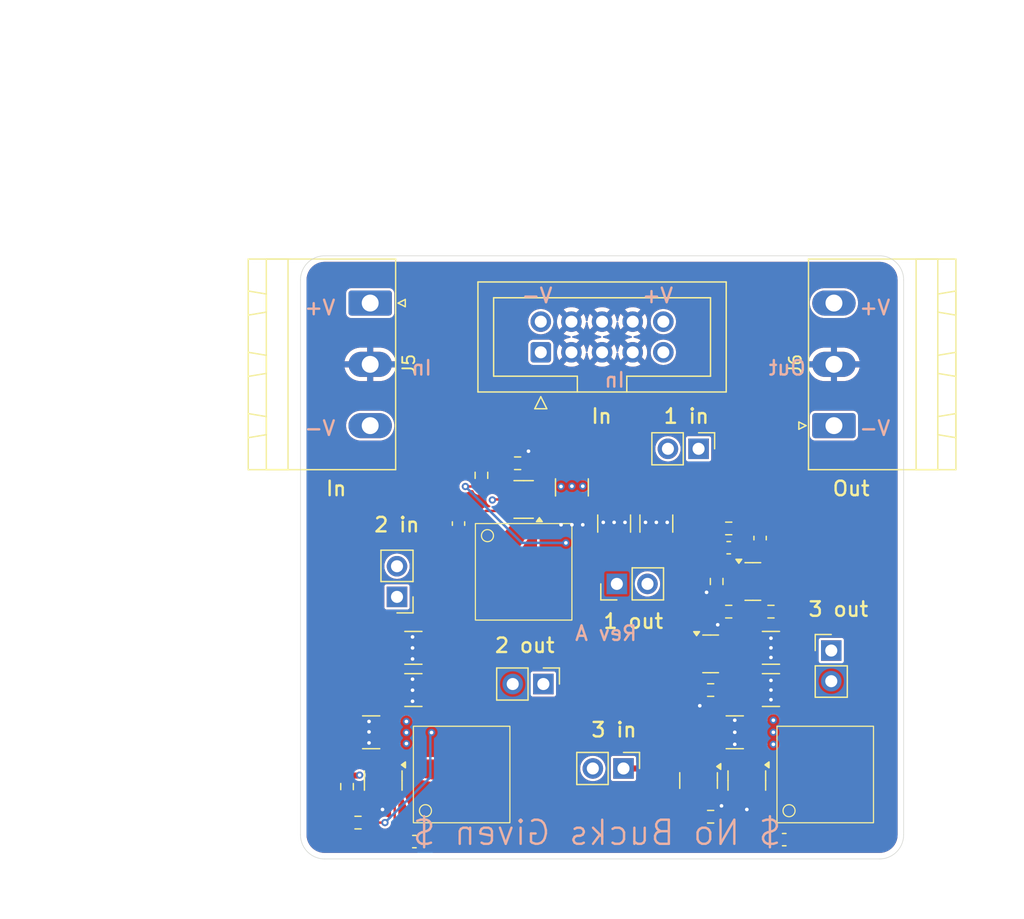
<source format=kicad_pcb>
(kicad_pcb
	(version 20240108)
	(generator "pcbnew")
	(generator_version "8.0")
	(general
		(thickness 1.6)
		(legacy_teardrops no)
	)
	(paper "A4")
	(layers
		(0 "F.Cu" signal)
		(1 "In1.Cu" signal)
		(2 "In2.Cu" signal)
		(31 "B.Cu" signal)
		(32 "B.Adhes" user "B.Adhesive")
		(33 "F.Adhes" user "F.Adhesive")
		(34 "B.Paste" user)
		(35 "F.Paste" user)
		(36 "B.SilkS" user "B.Silkscreen")
		(37 "F.SilkS" user "F.Silkscreen")
		(38 "B.Mask" user)
		(39 "F.Mask" user)
		(40 "Dwgs.User" user "User.Drawings")
		(41 "Cmts.User" user "User.Comments")
		(42 "Eco1.User" user "User.Eco1")
		(43 "Eco2.User" user "User.Eco2")
		(44 "Edge.Cuts" user)
		(45 "Margin" user)
		(46 "B.CrtYd" user "B.Courtyard")
		(47 "F.CrtYd" user "F.Courtyard")
		(48 "B.Fab" user)
		(49 "F.Fab" user)
		(50 "User.1" user)
		(51 "User.2" user)
		(52 "User.3" user)
		(53 "User.4" user)
		(54 "User.5" user)
		(55 "User.6" user)
		(56 "User.7" user)
		(57 "User.8" user)
		(58 "User.9" user)
	)
	(setup
		(stackup
			(layer "F.SilkS"
				(type "Top Silk Screen")
			)
			(layer "F.Paste"
				(type "Top Solder Paste")
			)
			(layer "F.Mask"
				(type "Top Solder Mask")
				(thickness 0.01)
			)
			(layer "F.Cu"
				(type "copper")
				(thickness 0.035)
			)
			(layer "dielectric 1"
				(type "prepreg")
				(thickness 0.1)
				(material "FR4")
				(epsilon_r 4.5)
				(loss_tangent 0.02)
			)
			(layer "In1.Cu"
				(type "copper")
				(thickness 0.035)
			)
			(layer "dielectric 2"
				(type "core")
				(thickness 1.24)
				(material "FR4")
				(epsilon_r 4.5)
				(loss_tangent 0.02)
			)
			(layer "In2.Cu"
				(type "copper")
				(thickness 0.035)
			)
			(layer "dielectric 3"
				(type "prepreg")
				(thickness 0.1)
				(material "FR4")
				(epsilon_r 4.5)
				(loss_tangent 0.02)
			)
			(layer "B.Cu"
				(type "copper")
				(thickness 0.035)
			)
			(layer "B.Mask"
				(type "Bottom Solder Mask")
				(thickness 0.01)
			)
			(layer "B.Paste"
				(type "Bottom Solder Paste")
			)
			(layer "B.SilkS"
				(type "Bottom Silk Screen")
			)
			(copper_finish "HAL SnPb")
			(dielectric_constraints no)
		)
		(pad_to_mask_clearance 0.05)
		(solder_mask_min_width 0.1)
		(allow_soldermask_bridges_in_footprints no)
		(grid_origin 45 100)
		(pcbplotparams
			(layerselection 0x00010fc_ffffffff)
			(plot_on_all_layers_selection 0x0000000_00000000)
			(disableapertmacros no)
			(usegerberextensions no)
			(usegerberattributes yes)
			(usegerberadvancedattributes yes)
			(creategerberjobfile yes)
			(dashed_line_dash_ratio 12.000000)
			(dashed_line_gap_ratio 3.000000)
			(svgprecision 4)
			(plotframeref no)
			(viasonmask no)
			(mode 1)
			(useauxorigin no)
			(hpglpennumber 1)
			(hpglpenspeed 20)
			(hpglpendiameter 15.000000)
			(pdf_front_fp_property_popups yes)
			(pdf_back_fp_property_popups yes)
			(dxfpolygonmode yes)
			(dxfimperialunits yes)
			(dxfusepcbnewfont yes)
			(psnegative no)
			(psa4output no)
			(plotreference yes)
			(plotvalue yes)
			(plotfptext yes)
			(plotinvisibletext no)
			(sketchpadsonfab no)
			(subtractmaskfromsilk no)
			(outputformat 1)
			(mirror no)
			(drillshape 1)
			(scaleselection 1)
			(outputdirectory "")
		)
	)
	(net 0 "")
	(net 1 "GND")
	(net 2 "Net-(U1-BST)")
	(net 3 "Net-(U2-BST)")
	(net 4 "Net-(J3-Pin_1)")
	(net 5 "Net-(J4-Pin_2)")
	(net 6 "Net-(J8-Pin_2)")
	(net 7 "Net-(U5-BST)")
	(net 8 "/AP62250/V+in")
	(net 9 "/AP62250/V-in")
	(net 10 "/AP62250/V+ut")
	(net 11 "/AP62250/V-ut")
	(net 12 "Net-(Q1-E)")
	(net 13 "Net-(Q1-B)")
	(net 14 "Net-(Q1-C)")
	(net 15 "Net-(U3-REF)")
	(net 16 "/AP62250/Vin1")
	(net 17 "/AP62250/SW1")
	(net 18 "/AP62250/SW2")
	(net 19 "/AP62250/Vin2")
	(net 20 "/AP62250/Vin3")
	(net 21 "/AP62250/SW3")
	(net 22 "/AP62250/FB3")
	(net 23 "/AP62250/FB1")
	(net 24 "/AP62250/FB2")
	(net 25 "Net-(C13-Pad1)")
	(footprint "Package_TO_SOT_SMD:SOT-23" (layer "F.Cu") (at 82.5 77))
	(footprint "Resistor_SMD:R_0603_1608Metric_Pad0.98x0.95mm_HandSolder" (layer "F.Cu") (at 79.5 77 90))
	(footprint "Connector_PinHeader_2.54mm:PinHeader_1x02_P2.54mm_Vertical" (layer "F.Cu") (at 71.775 92.5 -90))
	(footprint "Resistor_SMD:R_0603_1608Metric_Pad0.98x0.95mm_HandSolder" (layer "F.Cu") (at 48.8588 94 90))
	(footprint "Capacitor_SMD:C_1210_3225Metric_Pad1.33x2.70mm_HandSolder" (layer "F.Cu") (at 54.3588 82.5))
	(footprint "Connector_Phoenix_MSTB:PhoenixContact_MSTBA_2,5_3-G-5,08_1x03_P5.08mm_Horizontal" (layer "F.Cu") (at 89.2225 64.08 90))
	(footprint "Capacitor_SMD:C_1210_3225Metric_Pad1.33x2.70mm_HandSolder" (layer "F.Cu") (at 50.8588 89.5))
	(footprint "buck_lib:L_Eaton_DR74" (layer "F.Cu") (at 88.5 93 90))
	(footprint "Resistor_SMD:R_0603_1608Metric_Pad0.98x0.95mm_HandSolder" (layer "F.Cu") (at 63 67.1992))
	(footprint "Capacitor_SMD:C_1210_3225Metric_Pad1.33x2.70mm_HandSolder" (layer "F.Cu") (at 54.3588 86))
	(footprint "Package_TO_SOT_SMD:TSOT-23-6" (layer "F.Cu") (at 82 93.5 -90))
	(footprint "Resistor_SMD:R_0603_1608Metric_Pad0.98x0.95mm_HandSolder" (layer "F.Cu") (at 79 86))
	(footprint "Connector_PinHeader_2.54mm:PinHeader_1x02_P2.54mm_Vertical" (layer "F.Cu") (at 89 82.725))
	(footprint "Resistor_SMD:R_0603_1608Metric_Pad0.98x0.95mm_HandSolder" (layer "F.Cu") (at 80.5 72.6))
	(footprint "Package_TO_SOT_SMD:SOT-23" (layer "F.Cu") (at 79 83))
	(footprint "Capacitor_SMD:C_1210_3225Metric_Pad1.33x2.70mm_HandSolder" (layer "F.Cu") (at 67.5 69.1992 -90))
	(footprint "Capacitor_SMD:C_0603_1608Metric_Pad1.08x0.95mm_HandSolder" (layer "F.Cu") (at 85.1 98.4))
	(footprint "Package_TO_SOT_SMD:TSOT-23-6" (layer "F.Cu") (at 51.8588 93.5 -90))
	(footprint "Connector_PinHeader_2.54mm:PinHeader_1x02_P2.54mm_Vertical" (layer "F.Cu") (at 78 66 -90))
	(footprint "Resistor_SMD:R_0603_1608Metric_Pad0.98x0.95mm_HandSolder" (layer "F.Cu") (at 84 79.5))
	(footprint "Capacitor_SMD:C_0603_1608Metric_Pad1.08x0.95mm_HandSolder" (layer "F.Cu") (at 54.4412 98.5616))
	(footprint "Connector_Phoenix_MSTB:PhoenixContact_MSTBA_2,5_3-G-5,08_1x03_P5.08mm_Horizontal" (layer "F.Cu") (at 50.7775 53.92 -90))
	(footprint "Capacitor_SMD:C_0603_1608Metric_Pad1.08x0.95mm_HandSolder" (layer "F.Cu") (at 83.1 73.4 -90))
	(footprint "buck_lib:L_Eaton_DR74" (layer "F.Cu") (at 58.3588 93 90))
	(footprint "Package_TO_SOT_SMD:TSOT-23-6" (layer "F.Cu") (at 63.5 70.1992 180))
	(footprint "Capacitor_SMD:C_0603_1608Metric_Pad1.08x0.95mm_HandSolder" (layer "F.Cu") (at 58.1 72.1992 -90))
	(footprint "Connector_PinHeader_2.54mm:PinHeader_1x02_P2.54mm_Vertical" (layer "F.Cu") (at 65.1338 85.5 -90))
	(footprint "Connector_PinHeader_2.54mm:PinHeader_1x02_P2.54mm_Vertical" (layer "F.Cu") (at 71.225 77.1992 90))
	(footprint "buck_lib:L_Eaton_DR74" (layer "F.Cu") (at 63.5 76.1992))
	(footprint "Package_TO_SOT_SMD:SOT-23" (layer "F.Cu") (at 78 93.5 -90))
	(footprint "Resistor_SMD:R_0603_1608Metric_Pad0.98x0.95mm_HandSolder" (layer "F.Cu") (at 60 68.1992 90))
	(footprint "Resistor_SMD:R_0603_1608Metric_Pad0.98x0.95mm_HandSolder" (layer "F.Cu") (at 49.7676 96.9868 180))
	(footprint "Connector_IDC:IDC-Header_2x05_P2.54mm_Vertical" (layer "F.Cu") (at 64.92 58 90))
	(footprint "Capacitor_SMD:C_1210_3225Metric_Pad1.33x2.70mm_HandSolder" (layer "F.Cu") (at 84 82.5))
	(footprint "Resistor_SMD:R_0603_1608Metric_Pad0.98x0.95mm_HandSolder" (layer "F.Cu") (at 79 96.5 180))
	(footprint "Capacitor_SMD:C_0603_1608Metric_Pad1.08x0.95mm_HandSolder" (layer "F.Cu") (at 80.5 74.2))
	(footprint "Connector_PinHeader_2.54mm:PinHeader_1x02_P2.54mm_Vertical"
		(layer "F.Cu")
		(uuid "dd3832fd-4095-42e0-bb9a-03a79765aa22")
		(at 53 78.275 180)
		(descr "Through hole straight pin header, 1x02, 2.54mm pitch, single row")
		(tags "Through hole pin header THT 1x02 2.54mm single row")
		(property "Reference" "J2"
			(at 0 -2.33 180)
			(layer "F.SilkS")
			(hide yes)
			(uuid "4d32db4d-eeab-48b6-91f3-64288c1c50d3")
			(effects
				(font
					(size 1 1)
					(thickness 0.15)
				)
			)
		)
		(property "Value" "Conn_01x02"
			(at 0 4.87 180)
			(layer "F.Fab")
			(hide yes)
			(uuid "39f1382d-abf1-4c09-9328-18ba010c0383")
			(effects
				(font
					(size 1 1)
					(thickness 0.15)
				)
			)
		)
		(property "Footprint" "Connector_PinHeader_2.54mm:PinHeader_1x02_P2.54mm_Vertical"
			(at 0 0 180)
			(unlocked yes)
			(layer "F.Fab")
			(hide yes)
			(uuid "23cae4ff-6162-427f-b0d6-4e244824cf72")
			(effects
				(font
					(size 1.27 1.27)
				)
			)
		)
		(property "Datasheet" ""
			(at 0 0 180)
			(unlocked yes)
			(layer "F.Fab")
			(hide yes)
			(uuid "3f0331e0-d8fb-4e45-8b8d-8a2cbb5be2d2")
			(effects
				(font
					(size 1.27 1.27)
				)
			)
		)
		(property "Description" "Generic connector, single row, 01x02, script generated (kicad-library-utils/schlib/autogen/connector/)"
			(at 0 0 180)
			(unlocked yes)
			(layer "F.Fab")
			(hide yes)
			(uuid "875bd5af-4f8a-499e-b310-1a979f685ec5")
			(effects
				(font
					(size 1.27 1.27)
				)
			)
		)
		(property ki_fp_filters "Connector*:*_1x??_*")
		(path "/14910d45-acbf-48a1-8153-782847a0fd20/01896a8d-f5e5-444d-9bf8-76ffbd45a995")
		(sheetname "AP62250")
		(sheetfile "ap62250.kicad_sch")
		(attr through_hole)
		(fp_line
			(start 1.33 1.27)
			(end 1.33 3.87)
			(stroke
				(width 0.12)
				(type solid)
			)
			(layer "F.SilkS")
			(uuid "ab26558c-b592-4ceb-a910-c79b6d87eaee")
		)
		(fp_line
			(start -1.33 3.87)
			(end 1.33 3.87)
			(stroke
				(width 0.12)
				(type solid)
			)
			(layer "F.SilkS")
			(uuid "5a95cc11-6016-49eb-baca-03b398e9fc99")
		)
		(fp_line
			(start -1.33 1.27)
			(end 1.33 1.27)
			(stroke
				(width 0.12)
				(type solid)
			)
			(layer "F.SilkS")
			(uuid "68cdd866-a184-44d7-bad0-101218e897b3")
		)
		(fp_line
			(start -1.33 1.27)
			(end -1.33 3.87)
			(stroke
				(width 0.12)
				(type solid)
			)
			(layer "F.SilkS")
			(uuid "d4a039ad-c521-48ae-b4bc-8ae984b1957e")
		)
		(fp_line
			(start -1.33 0)
			(end -1.33 -1.33)
			(stroke
				(width 0.12)
				(type solid)
			)
			(layer "F.SilkS")
			(uuid "fea835e2-6778-47f1-8763-01aa0e64b7a8")
		)
		(fp_line
			(start -1.33 -1.33)
			(end 0 -1.33)
			(stroke
				(width 0.12)
				(type solid)
			)
			(layer "F.SilkS")
			(uuid "0ee49aae-d84a-42db-80f2-798ba8abd485")
		)
		(fp_line
			(start 1.8 4.35)
			(end 1.8 -1.8)
			(stroke
				(width 0.05)
				(type solid)
			)
			(layer "F.CrtYd")
			(uuid "10361233-36b4-4492-829b-4c0a14b295d1")
		)
		(fp_line
			(start 1.8 -1.8)
			(end -1.8 -1.8)
			(stroke
				(width 0.05)
				(type solid)
			)
			(layer "F.CrtYd")
			(uuid "1161ca4e-fe04-484d-9b44-bacf0a25997b")
		)
		(fp_line
			(start -1.8 4.35)
			(end 1.8 4.35)
			(stroke
				(width 0.05)
				(type solid)
			)
			(layer "F.CrtYd")
			(uuid "dd0fc598-2b84-4a03-ae94-8500208fea9d")
		)
		(fp_line
			(start -1.8 -1.8)
			(end -1.8 4.35)
			(stroke
				(width 0.05)
				(type solid)
			)
			(layer "F.CrtYd")
			(uuid "b3c05a83-4581-42d8-9af3-3b09a3d33dc0")
		)
		(fp_line
			(start 1.27 3.81)
			(end -1.27 3.81)
			(stroke
				(width 0.1)
				(type solid)
			)
			(layer "F.Fab")
			(uuid "9395b09c-5cbe-4c68-83d2-d79ce1898692")
		)
		(fp_line
			(start 1.27 -1.27)
			(end 1.27 3.81)
			(stroke
				(width 0.1)
				(type solid)
			)
			(layer "F.Fab")
			(uuid "d4f50575-7a10-4cfc-9776-4a78d02d93b6")
		)
		(fp_line
			(start -0.635 -1.27)
			(end 1.27 -1.27)
			(stroke
				(width 0.1)
				(type solid)
			)
			(layer "F.Fab")
			(uuid "5050c511-4a36-4bfa-9a8d-16df0e8b57c9")
		)
		(fp_line
			(start -1.27 3.81)
			(end -1.27 -0.635)
			(stroke
				(width 0.1)
				(type solid)
			)
			(layer "F.Fab")
			(uuid "f47b07c5-84d5-48d4-b394-60fd9bb1a5a0")
		)
		(fp_line
			(start -1.27 -0.635)
			(end -0.635 -1.27)
			(stroke
				(width 0.1)
				(type solid)
			)
			(layer "F.Fab")
			(uuid "0f91c922-b9e2-44bd-bff5-a3ae89ef093d")
		)
		(fp_text user "${REFERENCE}"
			(at 0 1.27 270)
			(layer "F.Fab")
			(uuid "2685ab96-f5a2-4206-bedd-9def86536fca")
			(effects
				(font
					(size 1 1)
					(thickness 0.15)
				)
			)
		)
		(pad "1" thru_hole rect
			(at 0 0 180)
			(size 1.7 1.7)
			(drill 1)
			(layers "*.Cu" "*.Mask")
			(remove_unused_layers no)
			(net 19 "/AP62250/Vin2")
			(pinfunction "Pin_1")
			(pintype "passive")
			(uuid "1c7ca328-8a27-4b22-871c-c70a2ad9ccc0")
		)
		(pad "2" thru_hole oval
			(at 0 2.54 180)
			(size 1.7 1.7)
			(drill 1)
			(layers "*.Cu" "*.Mask")
			(remove_unused_layers no)
			(net 9 "/AP62250/V-in")
			(pinfunction "Pin_2")
			(pintype "passive")
			(uuid "24cdf556-5939-465b-9742-4a4e883a5235")
		)
		(model "${KICAD8_3DMODEL_DIR}/Connector_PinHeader_2.54mm.3dshapes/PinHeader_1x02_P2.54mm_Vertical.wrl"
			(offset
				(xyz 0 0 0)
			)
			(scale
				(xyz 1 1 1)
			)
			(rotate
				
... [393940 chars truncated]
</source>
